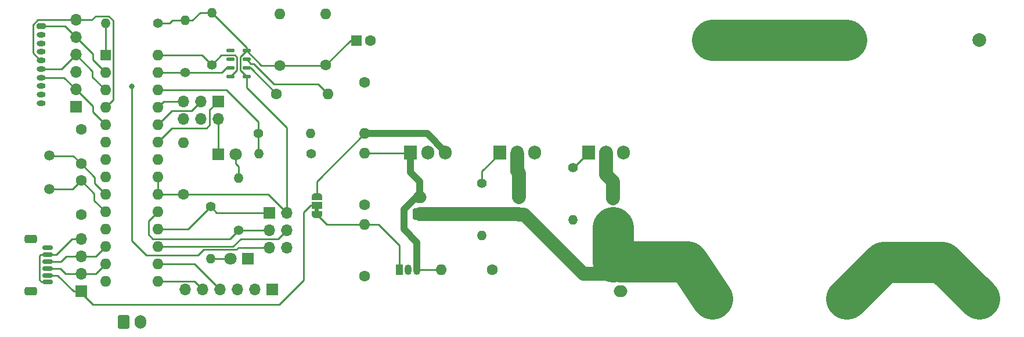
<source format=gbr>
%TF.GenerationSoftware,KiCad,Pcbnew,(6.0.7)*%
%TF.CreationDate,2022-10-12T18:39:57-05:00*%
%TF.ProjectId,cut down control board,63757420-646f-4776-9e20-636f6e74726f,1*%
%TF.SameCoordinates,Original*%
%TF.FileFunction,Copper,L1,Top*%
%TF.FilePolarity,Positive*%
%FSLAX46Y46*%
G04 Gerber Fmt 4.6, Leading zero omitted, Abs format (unit mm)*
G04 Created by KiCad (PCBNEW (6.0.7)) date 2022-10-12 18:39:57*
%MOMM*%
%LPD*%
G01*
G04 APERTURE LIST*
G04 Aperture macros list*
%AMRoundRect*
0 Rectangle with rounded corners*
0 $1 Rounding radius*
0 $2 $3 $4 $5 $6 $7 $8 $9 X,Y pos of 4 corners*
0 Add a 4 corners polygon primitive as box body*
4,1,4,$2,$3,$4,$5,$6,$7,$8,$9,$2,$3,0*
0 Add four circle primitives for the rounded corners*
1,1,$1+$1,$2,$3*
1,1,$1+$1,$4,$5*
1,1,$1+$1,$6,$7*
1,1,$1+$1,$8,$9*
0 Add four rect primitives between the rounded corners*
20,1,$1+$1,$2,$3,$4,$5,0*
20,1,$1+$1,$4,$5,$6,$7,0*
20,1,$1+$1,$6,$7,$8,$9,0*
20,1,$1+$1,$8,$9,$2,$3,0*%
%AMFreePoly0*
4,1,22,0.550000,-0.750000,0.000000,-0.750000,0.000000,-0.745033,-0.079941,-0.743568,-0.215256,-0.701293,-0.333266,-0.622738,-0.424486,-0.514219,-0.481581,-0.384460,-0.499164,-0.250000,-0.500000,-0.250000,-0.500000,0.250000,-0.499164,0.250000,-0.499963,0.256109,-0.478152,0.396186,-0.417904,0.524511,-0.324060,0.630769,-0.204165,0.706417,-0.067858,0.745374,0.000000,0.744959,0.000000,0.750000,
0.550000,0.750000,0.550000,-0.750000,0.550000,-0.750000,$1*%
%AMFreePoly1*
4,1,20,0.000000,0.744959,0.073905,0.744508,0.209726,0.703889,0.328688,0.626782,0.421226,0.519385,0.479903,0.390333,0.500000,0.250000,0.500000,-0.250000,0.499851,-0.262216,0.476331,-0.402017,0.414519,-0.529596,0.319384,-0.634700,0.198574,-0.708877,0.061801,-0.746166,0.000000,-0.745033,0.000000,-0.750000,-0.550000,-0.750000,-0.550000,0.750000,0.000000,0.750000,0.000000,0.744959,
0.000000,0.744959,$1*%
G04 Aperture macros list end*
%TA.AperFunction,ComponentPad*%
%ADD10C,1.400000*%
%TD*%
%TA.AperFunction,ComponentPad*%
%ADD11O,1.400000X1.400000*%
%TD*%
%TA.AperFunction,ComponentPad*%
%ADD12R,2.000000X2.000000*%
%TD*%
%TA.AperFunction,ComponentPad*%
%ADD13C,2.000000*%
%TD*%
%TA.AperFunction,ComponentPad*%
%ADD14R,1.700000X1.700000*%
%TD*%
%TA.AperFunction,ComponentPad*%
%ADD15O,1.700000X1.700000*%
%TD*%
%TA.AperFunction,ComponentPad*%
%ADD16RoundRect,0.250000X-0.750000X0.600000X-0.750000X-0.600000X0.750000X-0.600000X0.750000X0.600000X0*%
%TD*%
%TA.AperFunction,ComponentPad*%
%ADD17O,2.000000X1.700000*%
%TD*%
%TA.AperFunction,ComponentPad*%
%ADD18R,1.905000X2.000000*%
%TD*%
%TA.AperFunction,ComponentPad*%
%ADD19O,1.905000X2.000000*%
%TD*%
%TA.AperFunction,ComponentPad*%
%ADD20R,1.800000X1.800000*%
%TD*%
%TA.AperFunction,ComponentPad*%
%ADD21C,1.800000*%
%TD*%
%TA.AperFunction,ComponentPad*%
%ADD22RoundRect,0.200000X-0.450000X0.200000X-0.450000X-0.200000X0.450000X-0.200000X0.450000X0.200000X0*%
%TD*%
%TA.AperFunction,ComponentPad*%
%ADD23O,1.300000X0.800000*%
%TD*%
%TA.AperFunction,ComponentPad*%
%ADD24C,1.500000*%
%TD*%
%TA.AperFunction,ComponentPad*%
%ADD25C,1.600000*%
%TD*%
%TA.AperFunction,ComponentPad*%
%ADD26O,1.600000X1.600000*%
%TD*%
%TA.AperFunction,SMDPad,CuDef*%
%ADD27FreePoly0,90.000000*%
%TD*%
%TA.AperFunction,SMDPad,CuDef*%
%ADD28R,1.500000X1.000000*%
%TD*%
%TA.AperFunction,SMDPad,CuDef*%
%ADD29FreePoly1,90.000000*%
%TD*%
%TA.AperFunction,ComponentPad*%
%ADD30RoundRect,0.250000X0.750000X-0.600000X0.750000X0.600000X-0.750000X0.600000X-0.750000X-0.600000X0*%
%TD*%
%TA.AperFunction,ComponentPad*%
%ADD31RoundRect,0.250000X-0.600000X-0.750000X0.600000X-0.750000X0.600000X0.750000X-0.600000X0.750000X0*%
%TD*%
%TA.AperFunction,ComponentPad*%
%ADD32O,1.700000X2.000000*%
%TD*%
%TA.AperFunction,SMDPad,CuDef*%
%ADD33RoundRect,0.125000X0.475000X0.125000X-0.475000X0.125000X-0.475000X-0.125000X0.475000X-0.125000X0*%
%TD*%
%TA.AperFunction,ComponentPad*%
%ADD34R,1.600000X1.600000*%
%TD*%
%TA.AperFunction,SMDPad,CuDef*%
%ADD35RoundRect,0.150000X0.625000X-0.150000X0.625000X0.150000X-0.625000X0.150000X-0.625000X-0.150000X0*%
%TD*%
%TA.AperFunction,SMDPad,CuDef*%
%ADD36RoundRect,0.250000X0.650000X-0.350000X0.650000X0.350000X-0.650000X0.350000X-0.650000X-0.350000X0*%
%TD*%
%TA.AperFunction,ComponentPad*%
%ADD37R,1.050000X1.500000*%
%TD*%
%TA.AperFunction,ComponentPad*%
%ADD38O,1.050000X1.500000*%
%TD*%
%TA.AperFunction,ViaPad*%
%ADD39C,0.800000*%
%TD*%
%TA.AperFunction,Conductor*%
%ADD40C,1.000000*%
%TD*%
%TA.AperFunction,Conductor*%
%ADD41C,0.250000*%
%TD*%
%TA.AperFunction,Conductor*%
%ADD42C,6.000000*%
%TD*%
%TA.AperFunction,Conductor*%
%ADD43C,2.000000*%
%TD*%
G04 APERTURE END LIST*
%TO.C,J11*%
G36*
X120395534Y-106730843D02*
G01*
X119795534Y-106730843D01*
X119795534Y-106230843D01*
X120395534Y-106230843D01*
X120395534Y-106730843D01*
G37*
%TD*%
D10*
%TO.P,R3,1*%
%TO.N,/CUTTER*%
X157480000Y-100330000D03*
D11*
%TO.P,R3,2*%
%TO.N,GND*%
X157480000Y-107950000D03*
%TD*%
D12*
%TO.P,BT2,1,+*%
%TO.N,Net-(BT1-Pad2)*%
X197320321Y-81646135D03*
D13*
%TO.P,BT2,2,-*%
%TO.N,Net-(BT2-Pad2)*%
X197320321Y-119446135D03*
%TD*%
D10*
%TO.P,R8,1*%
%TO.N,/SDA*%
X100906536Y-86428331D03*
D11*
%TO.P,R8,2*%
%TO.N,+3.3V*%
X100906536Y-78808331D03*
%TD*%
D14*
%TO.P,J12,1,Pin_1*%
%TO.N,/A0*%
X105732786Y-90634882D03*
D15*
%TO.P,J12,2,Pin_2*%
%TO.N,GND*%
X105732786Y-93174882D03*
%TO.P,J12,3,Pin_3*%
%TO.N,/A1*%
X103192786Y-90634882D03*
%TO.P,J12,4,Pin_4*%
%TO.N,GND*%
X103192786Y-93174882D03*
%TO.P,J12,5,Pin_5*%
%TO.N,/A2*%
X100652786Y-90634882D03*
%TO.P,J12,6,Pin_6*%
%TO.N,GND*%
X100652786Y-93174882D03*
%TD*%
D16*
%TO.P,J13,1,Pin_1*%
%TO.N,VDD*%
X164351910Y-115817579D03*
D17*
%TO.P,J13,2,Pin_2*%
%TO.N,GND*%
X164351910Y-118317579D03*
%TD*%
D18*
%TO.P,Q1,1,G*%
%TO.N,/LETDOWN_MOTOR*%
X146756792Y-98084236D03*
D19*
%TO.P,Q1,2,D*%
%TO.N,Net-(J2-Pad2)*%
X149296792Y-98084236D03*
%TO.P,Q1,3,S*%
%TO.N,GND*%
X151836792Y-98084236D03*
%TD*%
D20*
%TO.P,D2,1,K*%
%TO.N,GND*%
X110002106Y-113600256D03*
D21*
%TO.P,D2,2,A*%
%TO.N,Net-(D2-Pad2)*%
X107462106Y-113600256D03*
%TD*%
D22*
%TO.P,J10,1,Pin_1*%
%TO.N,/RX_SAT*%
X79868500Y-79653506D03*
D23*
%TO.P,J10,2,Pin_2*%
%TO.N,/CTS*%
X79868500Y-80903506D03*
%TO.P,J10,3,Pin_3*%
%TO.N,/RTS*%
X79868500Y-82153506D03*
%TO.P,J10,4,Pin_4*%
%TO.N,/NetAv*%
X79868500Y-83403506D03*
%TO.P,J10,5,Pin_5*%
%TO.N,/RING*%
X79868500Y-84653506D03*
%TO.P,J10,6,Pin_6*%
%TO.N,/TX_SAT*%
X79868500Y-85903506D03*
%TO.P,J10,7,Pin_7*%
%TO.N,/SLEEP*%
X79868500Y-87153506D03*
%TO.P,J10,8,Pin_8*%
%TO.N,+5V*%
X79868500Y-88403506D03*
%TO.P,J10,9,Pin_9*%
%TO.N,/Li_Ion*%
X79868500Y-89653506D03*
%TO.P,J10,10,Pin_10*%
%TO.N,GND*%
X79868500Y-90903506D03*
%TD*%
D24*
%TO.P,Y1,1,1*%
%TO.N,Net-(C2-Pad1)*%
X81096511Y-103442179D03*
%TO.P,Y1,2,2*%
%TO.N,Net-(C1-Pad1)*%
X81096511Y-98562179D03*
%TD*%
D10*
%TO.P,R2,1*%
%TO.N,/LETDOWN_MOTOR*%
X144160064Y-102640581D03*
D11*
%TO.P,R2,2*%
%TO.N,GND*%
X144160064Y-110260581D03*
%TD*%
D10*
%TO.P,R4,1*%
%TO.N,+9V*%
X119222067Y-98255138D03*
D11*
%TO.P,R4,2*%
%TO.N,/BATT_SENSE*%
X111602067Y-98255138D03*
%TD*%
D18*
%TO.P,U6,1,IN*%
%TO.N,+9V*%
X133729860Y-98084236D03*
D19*
%TO.P,U6,2,GND*%
%TO.N,GND*%
X136269860Y-98084236D03*
%TO.P,U6,3,OUT*%
%TO.N,+5V*%
X138809860Y-98084236D03*
%TD*%
D18*
%TO.P,Q2,1,G*%
%TO.N,/CUTTER*%
X159753733Y-98084236D03*
D19*
%TO.P,Q2,2,D*%
%TO.N,Net-(J1-Pad2)*%
X162293733Y-98084236D03*
%TO.P,Q2,3,S*%
%TO.N,GND*%
X164833733Y-98084236D03*
%TD*%
D25*
%TO.P,C11,1*%
%TO.N,+3.3V*%
X121393898Y-85359449D03*
D26*
%TO.P,C11,2*%
%TO.N,GND*%
X121393898Y-77859449D03*
%TD*%
D10*
%TO.P,R7,1*%
%TO.N,/MISO*%
X104583740Y-106007343D03*
D11*
%TO.P,R7,2*%
%TO.N,Net-(D2-Pad2)*%
X104583740Y-113627343D03*
%TD*%
D12*
%TO.P,BT1,1,+*%
%TO.N,VDD*%
X177745321Y-119449214D03*
D13*
%TO.P,BT1,2,-*%
%TO.N,Net-(BT1-Pad2)*%
X177745321Y-81649214D03*
%TD*%
D25*
%TO.P,C8,1*%
%TO.N,GND*%
X127057289Y-116106123D03*
D26*
%TO.P,C8,2*%
%TO.N,+3.3V*%
X127057289Y-108606123D03*
%TD*%
D14*
%TO.P,J5,1,Pin_1*%
%TO.N,GND*%
X84939322Y-91419507D03*
D15*
%TO.P,J5,2,Pin_2*%
%TO.N,/SLEEP*%
X84939322Y-88879507D03*
%TO.P,J5,3,Pin_3*%
%TO.N,+5V*%
X84939322Y-86339507D03*
%TO.P,J5,4,Pin_4*%
%TO.N,/TX_SAT*%
X84939322Y-83799507D03*
%TO.P,J5,5,Pin_5*%
%TO.N,/RX_SAT*%
X84939322Y-81259507D03*
%TO.P,J5,6,Pin_6*%
%TO.N,/RING*%
X84939322Y-78719507D03*
%TD*%
D27*
%TO.P,J11,1,A*%
%TO.N,+3.3V*%
X120095534Y-107130843D03*
D28*
%TO.P,J11,2,C*%
%TO.N,/+VGPS*%
X120095534Y-105830843D03*
D29*
%TO.P,J11,3,B*%
%TO.N,+5V*%
X120095534Y-104530843D03*
%TD*%
D25*
%TO.P,C4,1*%
%TO.N,+3.3V*%
X100643868Y-104171999D03*
D26*
%TO.P,C4,2*%
%TO.N,GND*%
X100643868Y-96671999D03*
%TD*%
D30*
%TO.P,J2,1,Pin_1*%
%TO.N,VDD*%
X149599954Y-107139221D03*
D17*
%TO.P,J2,2,Pin_2*%
%TO.N,Net-(J2-Pad2)*%
X149599954Y-104639221D03*
%TD*%
D10*
%TO.P,R1,1*%
%TO.N,+3.3V*%
X96929929Y-79207440D03*
D11*
%TO.P,R1,2*%
%TO.N,/RESET*%
X89309929Y-79207440D03*
%TD*%
D25*
%TO.P,C7,1*%
%TO.N,GND*%
X127051201Y-105713583D03*
D26*
%TO.P,C7,2*%
%TO.N,+9V*%
X127051201Y-98213583D03*
%TD*%
D14*
%TO.P,J3,1,MISO*%
%TO.N,/MISO*%
X113199183Y-106878859D03*
D15*
%TO.P,J3,2,VCC*%
%TO.N,+3.3V*%
X115739183Y-106878859D03*
%TO.P,J3,3,SCK*%
%TO.N,/SCK*%
X113199183Y-109418859D03*
%TO.P,J3,4,MOSI*%
%TO.N,/MOSI*%
X115739183Y-109418859D03*
%TO.P,J3,5,~{RST}*%
%TO.N,/RESET*%
X113199183Y-111958859D03*
%TO.P,J3,6,GND*%
%TO.N,GND*%
X115739183Y-111958859D03*
%TD*%
D31*
%TO.P,J14,1,Pin_1*%
%TO.N,Net-(U1-Pad14)*%
X91894742Y-122862781D03*
D32*
%TO.P,J14,2,Pin_2*%
%TO.N,GND*%
X94394742Y-122862781D03*
%TD*%
D10*
%TO.P,R5,1*%
%TO.N,/BATT_SENSE*%
X111588612Y-95345355D03*
D11*
%TO.P,R5,2*%
%TO.N,GND*%
X119208612Y-95345355D03*
%TD*%
D33*
%TO.P,U2,1,VDD*%
%TO.N,+3.3V*%
X109828286Y-87000901D03*
%TO.P,U2,2,CAP*%
%TO.N,Net-(C5-Pad1)*%
X109828286Y-85750901D03*
%TO.P,U2,3,GND*%
%TO.N,GND*%
X109828286Y-84500901D03*
%TO.P,U2,4,VDDIO*%
%TO.N,+3.3V*%
X109828286Y-83250901D03*
%TO.P,U2,5,INT2*%
%TO.N,unconnected-(U2-Pad5)*%
X107528286Y-83250901D03*
%TO.P,U2,6,INT1*%
%TO.N,unconnected-(U2-Pad6)*%
X107528286Y-84500901D03*
%TO.P,U2,7,SDL*%
%TO.N,/SDA*%
X107528286Y-85750901D03*
%TO.P,U2,8,SCL*%
%TO.N,/SCL*%
X107528286Y-87000901D03*
%TD*%
D20*
%TO.P,D1,1,K*%
%TO.N,GND*%
X105702793Y-98331455D03*
D21*
%TO.P,D1,2,A*%
%TO.N,Net-(D1-Pad2)*%
X108242793Y-98331455D03*
%TD*%
D34*
%TO.P,U1,1,~{RESET}/PC6*%
%TO.N,/RESET*%
X89265786Y-83885901D03*
D26*
%TO.P,U1,2,PD0*%
%TO.N,/RX_SAT*%
X89265786Y-86425901D03*
%TO.P,U1,3,PD1*%
%TO.N,/TX_SAT*%
X89265786Y-88965901D03*
%TO.P,U1,4,PD2*%
%TO.N,/RING*%
X89265786Y-91505901D03*
%TO.P,U1,5,PD3*%
%TO.N,/SLEEP*%
X89265786Y-94045901D03*
%TO.P,U1,6,PD4*%
%TO.N,/CUTTER*%
X89265786Y-96585901D03*
%TO.P,U1,7,VCC*%
%TO.N,+3.3V*%
X89265786Y-99125901D03*
%TO.P,U1,8,GND*%
%TO.N,GND*%
X89265786Y-101665901D03*
%TO.P,U1,9,XTAL1/PB6*%
%TO.N,Net-(C1-Pad1)*%
X89265786Y-104205901D03*
%TO.P,U1,10,XTAL2/PB7*%
%TO.N,Net-(C2-Pad1)*%
X89265786Y-106745901D03*
%TO.P,U1,11,PD5*%
%TO.N,/LETDOWN_MOTOR*%
X89265786Y-109285901D03*
%TO.P,U1,12,PD6*%
%TO.N,/RX_GPS*%
X89265786Y-111825901D03*
%TO.P,U1,13,PD7*%
%TO.N,/TX_GPS*%
X89265786Y-114365901D03*
%TO.P,U1,14,PB0*%
%TO.N,Net-(U1-Pad14)*%
X89265786Y-116905901D03*
%TO.P,U1,15,PB1*%
%TO.N,/TX_DBG*%
X96885786Y-116905901D03*
%TO.P,U1,16,PB2*%
%TO.N,/RX_DBG*%
X96885786Y-114365901D03*
%TO.P,U1,17,PB3*%
%TO.N,/MOSI*%
X96885786Y-111825901D03*
%TO.P,U1,18,PB4*%
%TO.N,/MISO*%
X96885786Y-109285901D03*
%TO.P,U1,19,PB5*%
%TO.N,/SCK*%
X96885786Y-106745901D03*
%TO.P,U1,20,AVCC*%
%TO.N,+3.3V*%
X96885786Y-104205901D03*
%TO.P,U1,21,AREF*%
X96885786Y-101665901D03*
%TO.P,U1,22,GND*%
%TO.N,GND*%
X96885786Y-99125901D03*
%TO.P,U1,23,PC0*%
%TO.N,/A0*%
X96885786Y-96585901D03*
%TO.P,U1,24,PC1*%
%TO.N,/A1*%
X96885786Y-94045901D03*
%TO.P,U1,25,PC2*%
%TO.N,/A2*%
X96885786Y-91505901D03*
%TO.P,U1,26,PC3*%
%TO.N,/BATT_SENSE*%
X96885786Y-88965901D03*
%TO.P,U1,27,PC4*%
%TO.N,/SDA*%
X96885786Y-86425901D03*
%TO.P,U1,28,PC5*%
%TO.N,/SCL*%
X96885786Y-83885901D03*
%TD*%
D34*
%TO.P,C12,1*%
%TO.N,+3.3V*%
X125899567Y-81745985D03*
D25*
%TO.P,C12,2*%
%TO.N,GND*%
X127899567Y-81745985D03*
%TD*%
D10*
%TO.P,R9,1*%
%TO.N,/SCL*%
X104754698Y-85292712D03*
D11*
%TO.P,R9,2*%
%TO.N,+3.3V*%
X104754698Y-77672712D03*
%TD*%
D25*
%TO.P,C10,1*%
%TO.N,+3.3V*%
X114669528Y-85393583D03*
D26*
%TO.P,C10,2*%
%TO.N,GND*%
X114669528Y-77893583D03*
%TD*%
D30*
%TO.P,J1,1,Pin_1*%
%TO.N,VDD*%
X163301910Y-107261022D03*
D17*
%TO.P,J1,2,Pin_2*%
%TO.N,Net-(J1-Pad2)*%
X163301910Y-104761022D03*
%TD*%
D25*
%TO.P,C6,1*%
%TO.N,GND*%
X145688228Y-115245921D03*
D26*
%TO.P,C6,2*%
%TO.N,+9V*%
X138188228Y-115245921D03*
%TD*%
D14*
%TO.P,J7,1,Pin_1*%
%TO.N,GND*%
X113568711Y-118091831D03*
D15*
%TO.P,J7,2,Pin_2*%
%TO.N,unconnected-(J7-Pad2)*%
X111028711Y-118091831D03*
%TO.P,J7,3,Pin_3*%
%TO.N,unconnected-(J7-Pad3)*%
X108488711Y-118091831D03*
%TO.P,J7,4,Pin_4*%
%TO.N,/RX_DBG*%
X105948711Y-118091831D03*
%TO.P,J7,5,Pin_5*%
%TO.N,/TX_DBG*%
X103408711Y-118091831D03*
%TO.P,J7,6,Pin_6*%
%TO.N,unconnected-(J7-Pad6)*%
X100868711Y-118091831D03*
%TD*%
D14*
%TO.P,J6,1,Pin_1*%
%TO.N,/+VGPS*%
X85723634Y-118361868D03*
D15*
%TO.P,J6,2,Pin_2*%
%TO.N,/TX_GPS*%
X85723634Y-115821868D03*
%TO.P,J6,3,Pin_3*%
%TO.N,/RX_GPS*%
X85723634Y-113281868D03*
%TO.P,J6,4,Pin_4*%
%TO.N,GND*%
X85723634Y-110741868D03*
%TD*%
D35*
%TO.P,J9,1,Pin_1*%
%TO.N,GND*%
X80864400Y-117029891D03*
%TO.P,J9,2,Pin_2*%
%TO.N,/+VGPS*%
X80864400Y-116029891D03*
%TO.P,J9,3,Pin_3*%
%TO.N,/TX_GPS*%
X80864400Y-115029891D03*
%TO.P,J9,4,Pin_4*%
%TO.N,/RX_GPS*%
X80864400Y-114029891D03*
%TO.P,J9,5,Pin_5*%
%TO.N,GND*%
X80864400Y-113029891D03*
%TO.P,J9,6,Pin_6*%
%TO.N,/1PPS*%
X80864400Y-112029891D03*
D36*
%TO.P,J9,MP*%
%TO.N,N/C*%
X78339400Y-110729891D03*
X78339400Y-118329891D03*
%TD*%
D25*
%TO.P,C5,1*%
%TO.N,Net-(C5-Pad1)*%
X114213445Y-89528504D03*
D26*
%TO.P,C5,2*%
%TO.N,GND*%
X121713445Y-89528504D03*
%TD*%
D30*
%TO.P,SW1,1,A*%
%TO.N,VDD*%
X135088573Y-107098140D03*
D17*
%TO.P,SW1,2,B*%
%TO.N,+9V*%
X135088573Y-104598140D03*
%TD*%
D10*
%TO.P,R6,1*%
%TO.N,/SCK*%
X108667914Y-109423317D03*
D11*
%TO.P,R6,2*%
%TO.N,Net-(D1-Pad2)*%
X108667914Y-101803317D03*
%TD*%
D25*
%TO.P,C9,1*%
%TO.N,GND*%
X127078479Y-87859444D03*
D26*
%TO.P,C9,2*%
%TO.N,+5V*%
X127078479Y-95359444D03*
%TD*%
D12*
%TO.P,BT3,1,+*%
%TO.N,Net-(BT2-Pad2)*%
X216707754Y-119449214D03*
D13*
%TO.P,BT3,2,-*%
%TO.N,GND*%
X216707754Y-81649214D03*
%TD*%
D25*
%TO.P,C2,1*%
%TO.N,Net-(C2-Pad1)*%
X85727964Y-102210807D03*
%TO.P,C2,2*%
%TO.N,GND*%
X85727964Y-107210807D03*
%TD*%
D37*
%TO.P,U5,1,VO*%
%TO.N,+3.3V*%
X132173484Y-115228470D03*
D38*
%TO.P,U5,2,GND*%
%TO.N,GND*%
X133443484Y-115228470D03*
%TO.P,U5,3,VI*%
%TO.N,+9V*%
X134713484Y-115228470D03*
%TD*%
D25*
%TO.P,C1,1*%
%TO.N,Net-(C1-Pad1)*%
X85716431Y-99738479D03*
%TO.P,C1,2*%
%TO.N,GND*%
X85716431Y-94738479D03*
%TD*%
D39*
%TO.N,/RESET*%
X93086191Y-88418770D03*
%TD*%
D40*
%TO.N,+9V*%
X132800167Y-106383533D02*
X132800167Y-109325374D01*
X133729860Y-101019667D02*
X133729860Y-98242457D01*
D41*
X127051201Y-98213583D02*
X133700986Y-98213583D01*
X138170777Y-115228470D02*
X138188228Y-115245921D01*
D40*
X135088573Y-104598140D02*
X135088573Y-102378494D01*
X132800167Y-109325374D02*
X134713484Y-111238691D01*
D41*
X134713484Y-115228470D02*
X138170777Y-115228470D01*
D40*
X134585560Y-104598140D02*
X132800167Y-106383533D01*
X134713484Y-111238691D02*
X134713484Y-115228470D01*
X133729803Y-101019724D02*
X133729860Y-101019667D01*
X135088573Y-104598140D02*
X134585560Y-104598140D01*
X135088573Y-102378494D02*
X133729803Y-101019724D01*
D42*
%TO.N,Net-(BT1-Pad2)*%
X197286649Y-81679807D02*
X177775914Y-81679807D01*
X197320321Y-81646135D02*
X197286649Y-81679807D01*
X177775914Y-81679807D02*
X177745321Y-81649214D01*
%TO.N,Net-(BT2-Pad2)*%
X211334478Y-114072817D02*
X216707754Y-119446093D01*
X202759396Y-114072817D02*
X211334478Y-114072817D01*
X197386078Y-119446135D02*
X202759396Y-114072817D01*
X197320321Y-119446135D02*
X197386078Y-119446135D01*
D41*
%TO.N,GND*%
X82061151Y-113029891D02*
X80864400Y-113029891D01*
X79943481Y-117029891D02*
X80864400Y-117029891D01*
X79830440Y-113029891D02*
X79662977Y-113197354D01*
X120267922Y-88082981D02*
X121713445Y-89528504D01*
X79662977Y-116749387D02*
X79943481Y-117029891D01*
X113866038Y-88082981D02*
X120267922Y-88082981D01*
X110460463Y-85133078D02*
X110916135Y-85133078D01*
X105702793Y-93204875D02*
X105732786Y-93174882D01*
X79662977Y-113197354D02*
X79662977Y-116749387D01*
X105702793Y-98331455D02*
X105702793Y-93204875D01*
X80864400Y-113029891D02*
X79830440Y-113029891D01*
X110916135Y-85133078D02*
X113866038Y-88082981D01*
X85723634Y-110741868D02*
X84349174Y-110741868D01*
X84349174Y-110741868D02*
X82061151Y-113029891D01*
X109828286Y-84500901D02*
X110460463Y-85133078D01*
%TO.N,/RESET*%
X89309929Y-79207440D02*
X89309929Y-83841758D01*
X95228219Y-113096910D02*
X102755783Y-113096910D01*
X93086191Y-110954882D02*
X95228219Y-113096910D01*
X89309929Y-83841758D02*
X89265786Y-83885901D01*
X103576792Y-112275901D02*
X108339750Y-112275901D01*
X108656792Y-111958859D02*
X113199183Y-111958859D01*
X108339750Y-112275901D02*
X108656792Y-111958859D01*
X102755783Y-113096910D02*
X103576792Y-112275901D01*
X93086191Y-88418770D02*
X93086191Y-110954882D01*
%TO.N,/RX_SAT*%
X79868500Y-79653506D02*
X79887893Y-79672899D01*
X83352714Y-79672899D02*
X84939322Y-81259507D01*
X87414026Y-83754141D02*
X87414026Y-84574141D01*
X87414026Y-84574141D02*
X89265786Y-86425901D01*
X84939322Y-81259507D02*
X84939322Y-81279437D01*
X79887893Y-79672899D02*
X83352714Y-79672899D01*
X84939322Y-81279437D02*
X87414026Y-83754141D01*
%TO.N,/TX_SAT*%
X82815930Y-85922899D02*
X84939322Y-83799507D01*
X87379892Y-87080007D02*
X87379892Y-86240077D01*
X79887893Y-85922899D02*
X82815930Y-85922899D01*
X89265786Y-88965901D02*
X87379892Y-87080007D01*
X87379892Y-86240077D02*
X84939322Y-83799507D01*
X79868500Y-85903506D02*
X79887893Y-85922899D01*
%TO.N,/RING*%
X78671791Y-83581122D02*
X79744175Y-84653506D01*
X84939322Y-78719507D02*
X79410037Y-78719507D01*
X84939322Y-78719507D02*
X87282069Y-78719507D01*
X87282069Y-78719507D02*
X87819136Y-78182440D01*
X78671791Y-79457753D02*
X78671791Y-83581122D01*
X89734498Y-78182440D02*
X90390786Y-78838728D01*
X89265786Y-91505901D02*
X90390786Y-90380901D01*
X87819136Y-78182440D02*
X89734498Y-78182440D01*
X79744175Y-84653506D02*
X79868500Y-84653506D01*
X79410037Y-78719507D02*
X78671791Y-79457753D01*
X90390786Y-78838728D02*
X90390786Y-90380901D01*
%TO.N,/CUTTER*%
X157607618Y-100220808D02*
X159744190Y-98084236D01*
X159744190Y-98084236D02*
X159753733Y-98084236D01*
%TO.N,/LETDOWN_MOTOR*%
X144160064Y-102640581D02*
X144160064Y-100841312D01*
X144160064Y-100841312D02*
X146756792Y-98244584D01*
%TO.N,+3.3V*%
X96929929Y-79207440D02*
X98583899Y-79207440D01*
X129096792Y-108606123D02*
X132173484Y-111682815D01*
X108903286Y-86075901D02*
X108903286Y-84175901D01*
X113032323Y-104171999D02*
X115739183Y-106878859D01*
X98997421Y-78793918D02*
X99011834Y-78808331D01*
X127057289Y-108606123D02*
X129096792Y-108606123D01*
X108903286Y-84175901D02*
X109828286Y-83250901D01*
X109828286Y-83250901D02*
X111970968Y-85393583D01*
X120095534Y-107130843D02*
X121570814Y-108606123D01*
X132173484Y-111682815D02*
X132173484Y-115228470D01*
X109828286Y-87000901D02*
X109828286Y-88651967D01*
X101918520Y-78808331D02*
X103054139Y-77672712D01*
X125007362Y-81745985D02*
X121393898Y-85359449D01*
X104754698Y-77672712D02*
X109828286Y-82746300D01*
X100609966Y-104205901D02*
X100643868Y-104171999D01*
X125899567Y-81745985D02*
X125007362Y-81745985D01*
X109828286Y-87000901D02*
X108903286Y-86075901D01*
X96885786Y-101665901D02*
X96885786Y-104205901D01*
X121359764Y-85393583D02*
X121393898Y-85359449D01*
X103054139Y-77672712D02*
X104754698Y-77672712D01*
X100643868Y-104171999D02*
X113032323Y-104171999D01*
X109828286Y-82746300D02*
X109828286Y-83250901D01*
X98583899Y-79207440D02*
X98997421Y-78793918D01*
X114669528Y-85393583D02*
X121359764Y-85393583D01*
X121570814Y-108606123D02*
X127057289Y-108606123D01*
X99011834Y-78808331D02*
X100906536Y-78808331D01*
X96885786Y-104205901D02*
X100609966Y-104205901D01*
X111970968Y-85393583D02*
X114669528Y-85393583D01*
X115687982Y-106827658D02*
X115739183Y-106878859D01*
X115687982Y-94511663D02*
X115687982Y-106827658D01*
X109828286Y-88651967D02*
X115687982Y-94511663D01*
X100906536Y-78808331D02*
X101918520Y-78808331D01*
%TO.N,Net-(C1-Pad1)*%
X85716431Y-99738479D02*
X87700968Y-101723016D01*
X87700968Y-101723016D02*
X87700968Y-102641083D01*
X87700968Y-102641083D02*
X89265786Y-104205901D01*
X80513002Y-98579663D02*
X84557615Y-98579663D01*
X84557615Y-98579663D02*
X85716431Y-99738479D01*
%TO.N,/RX_DBG*%
X96885786Y-114365901D02*
X102222781Y-114365901D01*
X102222781Y-114365901D02*
X105948711Y-118091831D01*
%TO.N,/TX_DBG*%
X102222781Y-116905901D02*
X103408711Y-118091831D01*
X96885786Y-116905901D02*
X102222781Y-116905901D01*
%TO.N,/TX_GPS*%
X87809819Y-115821868D02*
X89265786Y-114365901D01*
X83453236Y-115821868D02*
X82661259Y-115029891D01*
X85723634Y-115821868D02*
X87809819Y-115821868D01*
X85723634Y-115821868D02*
X83453236Y-115821868D01*
X82661259Y-115029891D02*
X80864400Y-115029891D01*
%TO.N,/RX_GPS*%
X85723634Y-113281868D02*
X83541047Y-113281868D01*
X85723634Y-113281868D02*
X87809819Y-113281868D01*
X87809819Y-113281868D02*
X89265786Y-111825901D01*
X82793024Y-114029891D02*
X80864400Y-114029891D01*
X83541047Y-113281868D02*
X82793024Y-114029891D01*
%TO.N,/MOSI*%
X108989778Y-110693137D02*
X114464905Y-110693137D01*
X114464905Y-110693137D02*
X115739183Y-109418859D01*
X107857014Y-111825901D02*
X108989778Y-110693137D01*
X96885786Y-111825901D02*
X107857014Y-111825901D01*
%TO.N,/MISO*%
X105487229Y-106878859D02*
X113199183Y-106878859D01*
X101292190Y-109285901D02*
X104593231Y-105984861D01*
X104593231Y-105984861D02*
X105487229Y-106878859D01*
X96885786Y-109285901D02*
X101292190Y-109285901D01*
%TO.N,/SCK*%
X107390330Y-110700901D02*
X108667914Y-109423317D01*
X113194725Y-109423317D02*
X113199183Y-109418859D01*
X95529818Y-110060036D02*
X96170683Y-110700901D01*
X108667914Y-109423317D02*
X113194725Y-109423317D01*
X95529818Y-108101869D02*
X95529818Y-110060036D01*
X96170683Y-110700901D02*
X107390330Y-110700901D01*
X96885786Y-106745901D02*
X95529818Y-108101869D01*
%TO.N,/BATT_SENSE*%
X111588612Y-98241683D02*
X111602067Y-98255138D01*
X106916570Y-88965901D02*
X111588612Y-93637943D01*
X96885786Y-88965901D02*
X106916570Y-88965901D01*
X111588612Y-95345355D02*
X111588612Y-98241683D01*
X111588612Y-93637943D02*
X111588612Y-95345355D01*
%TO.N,/SDA*%
X106906142Y-85745461D02*
X107522846Y-85745461D01*
X101511103Y-86425901D02*
X101513533Y-86428331D01*
X96885786Y-86425901D02*
X101511103Y-86425901D01*
X101513533Y-86428331D02*
X106223272Y-86428331D01*
X106223272Y-86428331D02*
X106906142Y-85745461D01*
X107522846Y-85745461D02*
X107528286Y-85750901D01*
%TO.N,/SCL*%
X96885786Y-83885901D02*
X103347887Y-83885901D01*
X108453286Y-86075901D02*
X107528286Y-87000901D01*
X108453286Y-84189505D02*
X108453286Y-86075901D01*
X104754698Y-85292712D02*
X106121509Y-83925901D01*
X103347887Y-83885901D02*
X104754698Y-85292712D01*
X106121509Y-83925901D02*
X108189682Y-83925901D01*
X108189682Y-83925901D02*
X108453286Y-84189505D01*
%TO.N,Net-(D1-Pad2)*%
X108242793Y-98331455D02*
X108242793Y-99753200D01*
X108667914Y-101803317D02*
X108667914Y-100178321D01*
X108667914Y-100178321D02*
X108242793Y-99753200D01*
%TO.N,Net-(D2-Pad2)*%
X107227819Y-113627343D02*
X107239294Y-113638818D01*
X104615713Y-113627343D02*
X107227819Y-113627343D01*
D43*
%TO.N,Net-(J2-Pad2)*%
X149599954Y-101095072D02*
X149296792Y-100791910D01*
X149599954Y-104639221D02*
X149599954Y-101095072D01*
X149296792Y-100791910D02*
X149296792Y-98244584D01*
%TO.N,Net-(J1-Pad2)*%
X163301910Y-102370639D02*
X162293733Y-101362462D01*
X162293733Y-101362462D02*
X162293733Y-98084236D01*
X163301910Y-104761022D02*
X163301910Y-102370639D01*
D41*
%TO.N,/SLEEP*%
X87414026Y-92194141D02*
X89265786Y-94045901D01*
X87414026Y-91354211D02*
X87414026Y-92194141D01*
X79868500Y-87153506D02*
X83213321Y-87153506D01*
X84939322Y-88879507D02*
X87414026Y-91354211D01*
X83213321Y-87153506D02*
X84939322Y-88879507D01*
%TO.N,+5V*%
X120095534Y-102342389D02*
X127078479Y-95359444D01*
D40*
X136170113Y-95359444D02*
X138809860Y-97999191D01*
X127078479Y-95359444D02*
X136170113Y-95359444D01*
D41*
X120095534Y-104530843D02*
X120095534Y-102342389D01*
%TO.N,Net-(C5-Pad1)*%
X110435842Y-85750901D02*
X114213445Y-89528504D01*
X109828286Y-85750901D02*
X110435842Y-85750901D01*
%TO.N,/+VGPS*%
X85723634Y-118361868D02*
X84623634Y-118361868D01*
X82291657Y-116029891D02*
X80864400Y-116029891D01*
X118176782Y-106827658D02*
X119173597Y-105830843D01*
X118176782Y-116735009D02*
X118176782Y-106827658D01*
X114618326Y-120293465D02*
X118176782Y-116735009D01*
X85723634Y-118572965D02*
X87444134Y-120293465D01*
X119173597Y-105830843D02*
X120095534Y-105830843D01*
X85723634Y-118361868D02*
X85723634Y-118572965D01*
X84623634Y-118361868D02*
X82291657Y-116029891D01*
X87444134Y-120293465D02*
X114618326Y-120293465D01*
%TO.N,Net-(C2-Pad1)*%
X87617264Y-105097379D02*
X89265786Y-106745901D01*
X87617264Y-104100107D02*
X87617264Y-105097379D01*
X80513002Y-103459663D02*
X84479108Y-103459663D01*
X85727964Y-102210807D02*
X87617264Y-104100107D01*
X84479108Y-103459663D02*
X85727964Y-102210807D01*
%TO.N,VDD*%
X163301910Y-114767579D02*
X164351910Y-115817579D01*
D43*
X149599954Y-107139221D02*
X150319221Y-107139221D01*
X153751259Y-110571259D02*
X158997579Y-115817579D01*
D41*
X149917000Y-107258056D02*
X149972418Y-107202638D01*
D43*
X158997579Y-115817579D02*
X164351910Y-115817579D01*
D42*
X163301910Y-109000000D02*
X163301910Y-114000000D01*
D41*
X149889366Y-107285690D02*
X149972418Y-107202638D01*
D42*
X164351910Y-114000000D02*
X174113686Y-114000000D01*
D43*
X163301910Y-107261022D02*
X163301910Y-107421910D01*
X135088573Y-107098140D02*
X149558873Y-107098140D01*
X150319221Y-107139221D02*
X153751259Y-110571259D01*
X149558873Y-107098140D02*
X149599954Y-107139221D01*
D42*
X174113686Y-114000000D02*
X177745321Y-119449214D01*
D41*
%TO.N,/A0*%
X104028624Y-94526775D02*
X104485516Y-94069883D01*
X96885786Y-96573774D02*
X98932785Y-94526775D01*
X98932785Y-94526775D02*
X104028624Y-94526775D01*
X96885786Y-96585901D02*
X96885786Y-96573774D01*
X104485516Y-91882152D02*
X105732786Y-90634882D01*
X104485516Y-94069883D02*
X104485516Y-91882152D01*
%TO.N,/A1*%
X96885786Y-94045901D02*
X98931805Y-91999882D01*
X101827786Y-91999882D02*
X103192786Y-90634882D01*
X98931805Y-91999882D02*
X101827786Y-91999882D01*
%TO.N,/A2*%
X97757440Y-90634247D02*
X98193747Y-90634247D01*
X98194382Y-90634882D02*
X100652786Y-90634882D01*
X98193747Y-90634247D02*
X98194382Y-90634882D01*
X96885786Y-91505901D02*
X97757440Y-90634247D01*
%TD*%
M02*

</source>
